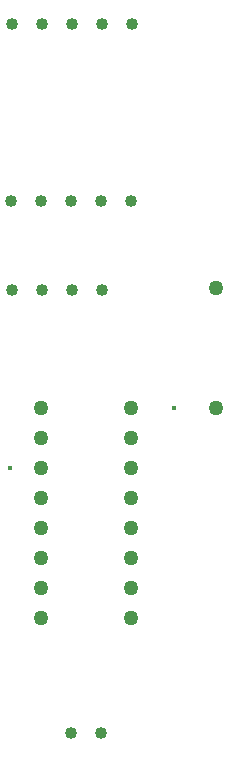
<source format=gbr>
G04 PROTEUS GERBER X2 FILE*
%TF.GenerationSoftware,Labcenter,Proteus,8.9-SP0-Build27865*%
%TF.CreationDate,2019-11-20T08:51:27+00:00*%
%TF.FileFunction,Plated,0,2,PTH*%
%TF.FilePolarity,Positive*%
%TF.Part,Single*%
%TF.SameCoordinates,{c1e29a52-7f13-45e4-b634-42eaecaf8b59}*%
%FSLAX45Y45*%
%MOMM*%
G01*
%TA.AperFunction,ViaDrill*%
%ADD14C,0.381000*%
%TA.AperFunction,ComponentDrill*%
%ADD15C,1.270000*%
%TA.AperFunction,ComponentDrill*%
%ADD16C,1.016000*%
%TD.AperFunction*%
D14*
X-8880000Y+5000000D03*
X-10270000Y+4492000D03*
D15*
X-10000000Y+5000000D03*
X-10000000Y+4746000D03*
X-10000000Y+4492000D03*
X-10000000Y+4238000D03*
X-10000000Y+3984000D03*
X-10000000Y+3730000D03*
X-10000000Y+3476000D03*
X-10000000Y+3222000D03*
X-9238000Y+3222000D03*
X-9238000Y+3476000D03*
X-9238000Y+3730000D03*
X-9238000Y+3984000D03*
X-9238000Y+4238000D03*
X-9238000Y+4492000D03*
X-9238000Y+4746000D03*
X-9238000Y+5000000D03*
D16*
X-10250000Y+6000000D03*
X-9996000Y+6000000D03*
X-9742000Y+6000000D03*
X-9488000Y+6000000D03*
D15*
X-8520000Y+5000000D03*
X-8520000Y+6016000D03*
D16*
X-9750000Y+2250000D03*
X-9496000Y+2250000D03*
X-10250000Y+8250000D03*
X-9996000Y+8250000D03*
X-9742000Y+8250000D03*
X-9488000Y+8250000D03*
X-9234000Y+8250000D03*
X-10254000Y+6750000D03*
X-10000000Y+6750000D03*
X-9746000Y+6750000D03*
X-9492000Y+6750000D03*
X-9238000Y+6750000D03*
M02*

</source>
